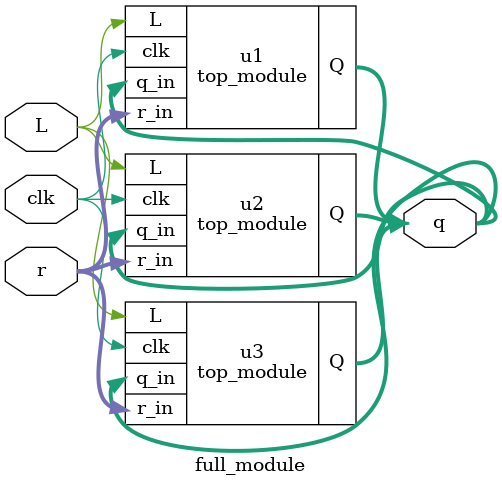
<source format=sv>
module top_module(
    input clk,
    input L,
    input [2:0] q_in,
    input [2:0] r_in,
    output reg [2:0] Q
);

    always @(posedge clk) begin
        if (L) begin
            Q <= r_in;
        end else begin
            Q <= {Q[1] ^ Q[2], Q[0], Q[2]};
        end
    end

endmodule
module full_module (
    input [2:0] r,
    input L,
    input clk,
    output reg [2:0] q
);

    top_module u1(
        .clk(clk),
        .L(L),
        .q_in(q),
        .r_in(r),
        .Q(q)
    );

    top_module u2(
        .clk(clk),
        .L(L),
        .q_in(q),
        .r_in(r),
        .Q(q)
    );

    top_module u3(
        .clk(clk),
        .L(L),
        .q_in(q),
        .r_in(r),
        .Q(q)
    );

endmodule

</source>
